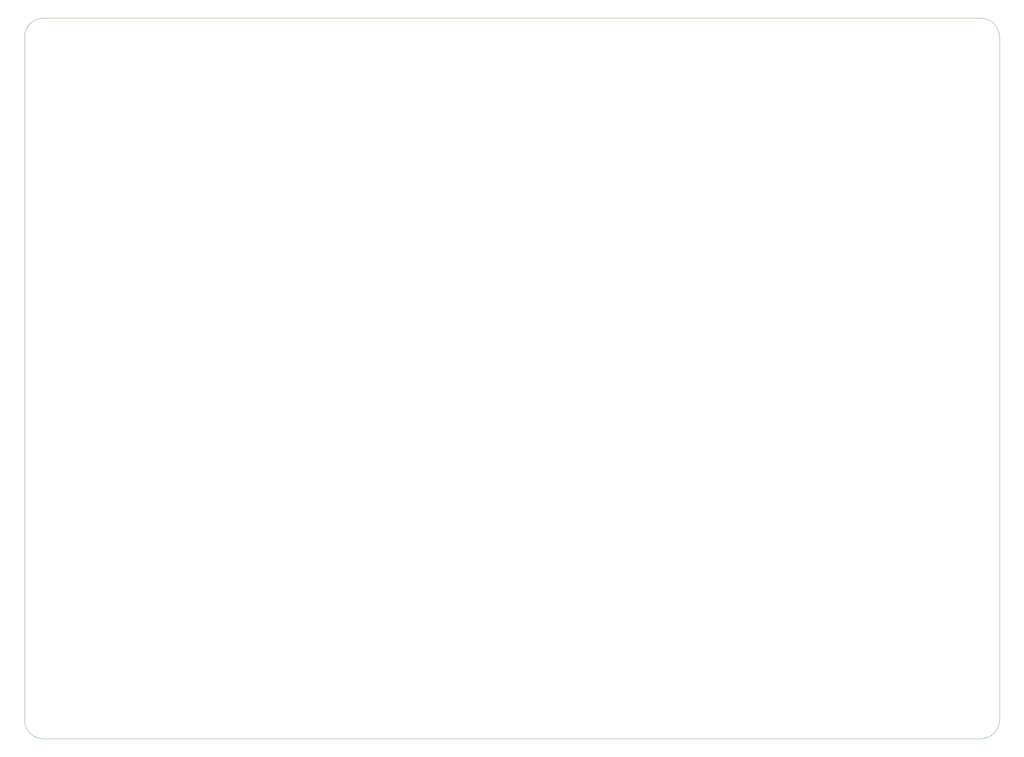
<source format=gbr>
%TF.GenerationSoftware,KiCad,Pcbnew,8.0.4*%
%TF.CreationDate,2024-08-13T10:11:20+02:00*%
%TF.ProjectId,Mainboard Small,4d61696e-626f-4617-9264-20536d616c6c,rev?*%
%TF.SameCoordinates,Original*%
%TF.FileFunction,Profile,NP*%
%FSLAX46Y46*%
G04 Gerber Fmt 4.6, Leading zero omitted, Abs format (unit mm)*
G04 Created by KiCad (PCBNEW 8.0.4) date 2024-08-13 10:11:20*
%MOMM*%
%LPD*%
G01*
G04 APERTURE LIST*
%TA.AperFunction,Profile*%
%ADD10C,0.100000*%
%TD*%
G04 APERTURE END LIST*
D10*
X271780000Y-15280000D02*
G75*
G02*
X276860000Y-20360000I0J-5080000D01*
G01*
X271780001Y-208320001D02*
X20828002Y-208320000D01*
X276860001Y-203240001D02*
X276860000Y-20360000D01*
X271780000Y-15280000D02*
X20828002Y-15280000D01*
X15748002Y-203240000D02*
X15748002Y-20360000D01*
X276860001Y-203240001D02*
G75*
G02*
X271780001Y-208320001I-5080001J1D01*
G01*
X20828002Y-208320000D02*
G75*
G02*
X15748000Y-203240000I-2J5080000D01*
G01*
X15748002Y-20360000D02*
G75*
G02*
X20828002Y-15280002I5079998J0D01*
G01*
M02*

</source>
